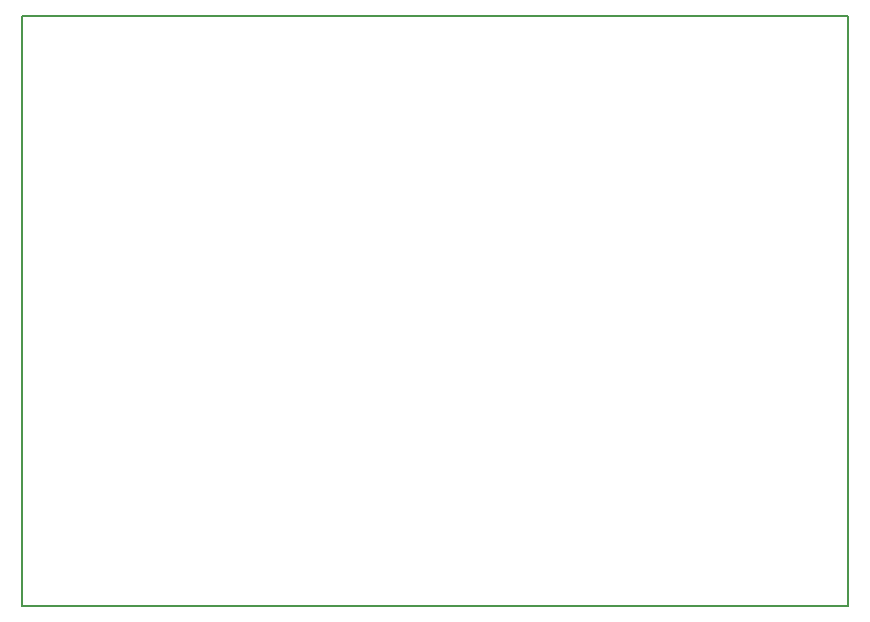
<source format=gbr>
%TF.GenerationSoftware,KiCad,Pcbnew,(6.0.2)*%
%TF.CreationDate,2022-10-19T15:06:20+05:30*%
%TF.ProjectId,flight_controller,666c6967-6874-45f6-936f-6e74726f6c6c,rev?*%
%TF.SameCoordinates,Original*%
%TF.FileFunction,Profile,NP*%
%FSLAX46Y46*%
G04 Gerber Fmt 4.6, Leading zero omitted, Abs format (unit mm)*
G04 Created by KiCad (PCBNEW (6.0.2)) date 2022-10-19 15:06:20*
%MOMM*%
%LPD*%
G01*
G04 APERTURE LIST*
%TA.AperFunction,Profile*%
%ADD10C,0.150000*%
%TD*%
G04 APERTURE END LIST*
D10*
X120000000Y-100000000D02*
X50000000Y-100000000D01*
X120000000Y-100000000D02*
X120000000Y-150000000D01*
X120000000Y-150000000D02*
X50000000Y-150000000D01*
X50000000Y-100000000D02*
X50000000Y-150000000D01*
M02*

</source>
